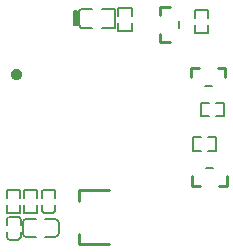
<source format=gbr>
G04 #@! TF.GenerationSoftware,KiCad,Pcbnew,(5.0.2)-1*
G04 #@! TF.CreationDate,2019-08-16T13:34:43+08:00*
G04 #@! TF.ProjectId,IRMQTT,49524d51-5454-42e6-9b69-6361645f7063,rev?*
G04 #@! TF.SameCoordinates,Original*
G04 #@! TF.FileFunction,Legend,Bot*
G04 #@! TF.FilePolarity,Positive*
%FSLAX46Y46*%
G04 Gerber Fmt 4.6, Leading zero omitted, Abs format (unit mm)*
G04 Created by KiCad (PCBNEW (5.0.2)-1) date 2019-08-16 13:34:43*
%MOMM*%
%LPD*%
G01*
G04 APERTURE LIST*
%ADD10C,0.200000*%
%ADD11C,0.254000*%
%ADD12C,0.150000*%
G04 APERTURE END LIST*
D10*
G04 #@! TO.C,R7*
X74151180Y-47658300D02*
X74151180Y-48333300D01*
X74151180Y-46383300D02*
X74151180Y-47058300D01*
X73001180Y-47658300D02*
X73001180Y-48333300D01*
X73001180Y-46383300D02*
X73001180Y-47058300D01*
X74151180Y-48333300D02*
X73001180Y-48333300D01*
X74151180Y-46383300D02*
X73001180Y-46383300D01*
G04 #@! TO.C,R5*
X79997660Y-54385520D02*
X79997660Y-55535520D01*
X81947660Y-54385520D02*
X81947660Y-55535520D01*
X79997660Y-55535520D02*
X80672660Y-55535520D01*
X81272660Y-55535520D02*
X81947660Y-55535520D01*
X79997660Y-54385520D02*
X80672660Y-54385520D01*
X81272660Y-54385520D02*
X81947660Y-54385520D01*
G04 #@! TO.C,R2*
X63572700Y-63740120D02*
X64722700Y-63740120D01*
X63572700Y-61790120D02*
X64722700Y-61790120D01*
X64722700Y-63740120D02*
X64722700Y-63065120D01*
X64722700Y-62465120D02*
X64722700Y-61790120D01*
X63572700Y-63740120D02*
X63572700Y-63065120D01*
X63572700Y-62465120D02*
X63572700Y-61790120D01*
G04 #@! TO.C,R4*
X79470560Y-47190380D02*
X79470560Y-46515380D01*
X79470560Y-48465380D02*
X79470560Y-47790380D01*
X80620560Y-47190380D02*
X80620560Y-46515380D01*
X80620560Y-48465380D02*
X80620560Y-47790380D01*
X79470560Y-46515380D02*
X80620560Y-46515380D01*
X79470560Y-48465380D02*
X80620560Y-48465380D01*
G04 #@! TO.C,Q1*
X78133460Y-47462120D02*
X78133460Y-48062120D01*
D11*
X76583460Y-46302120D02*
X76583460Y-46962120D01*
X76583460Y-46302120D02*
X77398460Y-46302120D01*
X76583460Y-49222120D02*
X77398460Y-49222120D01*
X76583460Y-48562120D02*
X76583460Y-49222120D01*
X76583460Y-48562120D02*
X76583460Y-49222120D01*
X76583460Y-48562120D02*
X76583460Y-49222120D01*
G04 #@! TO.C,U2*
X69671000Y-61789280D02*
X72271000Y-61789280D01*
X69671000Y-61789280D02*
X69671000Y-62689280D01*
X69671000Y-66389280D02*
X72271000Y-66389280D01*
X69671000Y-65489280D02*
X69671000Y-66389280D01*
D10*
G04 #@! TO.C,Q3*
X80423740Y-59897120D02*
X81023740Y-59897120D01*
D11*
X79263740Y-61447120D02*
X79923740Y-61447120D01*
X79263740Y-61447120D02*
X79263740Y-60632120D01*
X82183740Y-61447120D02*
X82183740Y-60632120D01*
X81523740Y-61447120D02*
X82183740Y-61447120D01*
X81523740Y-61447120D02*
X82183740Y-61447120D01*
X81523740Y-61447120D02*
X82183740Y-61447120D01*
D10*
G04 #@! TO.C,C1*
X65316860Y-65780980D02*
X66051860Y-65780980D01*
X67986860Y-64600980D02*
X67986860Y-65380980D01*
X64916860Y-64600980D02*
X64916860Y-65380980D01*
X66851860Y-65780980D02*
X67586860Y-65780980D01*
X66851860Y-64200980D02*
X67586860Y-64200980D01*
X65316860Y-64200980D02*
X66051860Y-64200980D01*
X67586860Y-65780980D02*
G75*
G03X67986860Y-65380980I0J400000D01*
G01*
X67986860Y-64600980D02*
G75*
G03X67586860Y-64200980I-400000J0D01*
G01*
X65316860Y-64200980D02*
G75*
G03X64916860Y-64600980I0J-400000D01*
G01*
X64916860Y-65380980D02*
G75*
G03X65316860Y-65780980I400000J0D01*
G01*
G04 #@! TO.C,C2*
X66541960Y-63466780D02*
G75*
G03X66761960Y-63686780I220000J0D01*
G01*
X67471960Y-63686780D02*
G75*
G03X67691960Y-63466780I0J220000D01*
G01*
X66761960Y-61736780D02*
G75*
G03X66541960Y-61956780I0J-220000D01*
G01*
X67691960Y-61956780D02*
G75*
G03X67471960Y-61736780I-220000J0D01*
G01*
X67471960Y-63686780D02*
X66761960Y-63686780D01*
X66541960Y-63011780D02*
X66541960Y-63461780D01*
X67691960Y-63011780D02*
X67691960Y-63461780D01*
X66541960Y-61961780D02*
X66541960Y-62411780D01*
X67691960Y-61961780D02*
X67691960Y-62411790D01*
X67471960Y-61736790D02*
X66761960Y-61736790D01*
D12*
G04 #@! TO.C,D1*
G36*
X69226280Y-46628760D02*
X69526280Y-46628760D01*
X69526280Y-47828760D01*
X69226280Y-47828760D01*
X69226280Y-46628760D01*
G37*
X69226280Y-46628760D02*
X69526280Y-46628760D01*
X69526280Y-47828760D01*
X69226280Y-47828760D01*
X69226280Y-46628760D01*
D10*
X71601280Y-46438760D02*
X72736280Y-46438760D01*
X69901280Y-46438760D02*
X70801280Y-46438760D01*
X71601280Y-48018760D02*
X72736280Y-48018760D01*
X69701280Y-46631760D02*
X69701280Y-47825760D01*
X72736280Y-46438760D02*
X72736280Y-48018760D01*
X69901280Y-48018760D02*
X70801280Y-48018760D01*
X69701280Y-47825760D02*
X69901280Y-48018760D01*
X69701280Y-46631760D02*
X69901280Y-46438760D01*
G04 #@! TO.C,C3*
X63587940Y-65752780D02*
G75*
G03X63807940Y-65972780I220000J0D01*
G01*
X64517940Y-65972780D02*
G75*
G03X64737940Y-65752780I0J220000D01*
G01*
X63807940Y-64022780D02*
G75*
G03X63587940Y-64242780I0J-220000D01*
G01*
X64737940Y-64242780D02*
G75*
G03X64517940Y-64022780I-220000J0D01*
G01*
X64517940Y-65972780D02*
X63807940Y-65972780D01*
X63587940Y-65297780D02*
X63587940Y-65747780D01*
X64737940Y-65297780D02*
X64737940Y-65747780D01*
X63587940Y-64247780D02*
X63587940Y-64697780D01*
X64737940Y-64247780D02*
X64737940Y-64697790D01*
X64517940Y-64022790D02*
X63807940Y-64022790D01*
G04 #@! TO.C,R6*
X81310940Y-58461600D02*
X81310940Y-57311600D01*
X79360940Y-58461600D02*
X79360940Y-57311600D01*
X81310940Y-57311600D02*
X80635940Y-57311600D01*
X80035940Y-57311600D02*
X79360940Y-57311600D01*
X81310940Y-58461600D02*
X80635940Y-58461600D01*
X80035940Y-58461600D02*
X79360940Y-58461600D01*
G04 #@! TO.C,R1*
X66162880Y-61782500D02*
X65012880Y-61782500D01*
X66162880Y-63732500D02*
X65012880Y-63732500D01*
X65012880Y-61782500D02*
X65012880Y-62457500D01*
X65012880Y-63057500D02*
X65012880Y-63732500D01*
X66162880Y-61782500D02*
X66162880Y-62457500D01*
X66162880Y-63057500D02*
X66162880Y-63732500D01*
D11*
G04 #@! TO.C,Q2*
X79832340Y-51409520D02*
X79172340Y-51409520D01*
X79832340Y-51409520D02*
X79172340Y-51409520D01*
X79832340Y-51409520D02*
X79172340Y-51409520D01*
X79172340Y-51409520D02*
X79172340Y-52224520D01*
X82092340Y-51409520D02*
X82092340Y-52224520D01*
X82092340Y-51409520D02*
X81432340Y-51409520D01*
D10*
X80932340Y-52959520D02*
X80332340Y-52959520D01*
G04 #@! TO.C,U1*
D12*
X64203912Y-51637606D02*
X64584864Y-51637606D01*
X64632483Y-51685225D02*
X64775340Y-51875701D01*
X64156293Y-51685225D02*
X64013436Y-51875701D01*
X64108674Y-51685225D02*
X64680102Y-51685225D01*
X64680102Y-51732844D02*
X64108674Y-51732844D01*
X64061055Y-51780463D02*
X64727721Y-51780463D01*
X64727721Y-51828082D02*
X64061055Y-51828082D01*
X64013436Y-51875701D02*
X64775340Y-51875701D01*
X64775340Y-51923320D02*
X64013436Y-51923320D01*
X64013436Y-51970940D02*
X64775340Y-51970940D01*
X64775340Y-52018559D02*
X64013436Y-52018559D01*
X64775340Y-52066178D02*
X64632483Y-52256654D01*
X64013436Y-52066178D02*
X64775340Y-52066178D01*
X64013436Y-52066178D02*
X64156293Y-52256654D01*
X64727721Y-52113797D02*
X64061055Y-52113797D01*
X64061055Y-52161416D02*
X64727721Y-52161416D01*
X64680102Y-52209035D02*
X64108674Y-52209035D01*
X64108674Y-52256654D02*
X64680102Y-52256654D01*
X64584864Y-52304273D02*
X64203912Y-52304273D01*
X64013436Y-51875701D02*
X64013436Y-52066178D01*
X64108674Y-52256654D01*
X64299150Y-52351892D01*
X64489626Y-52351892D01*
X64680102Y-52256654D01*
X64775340Y-52066178D01*
X64775340Y-51875701D01*
X64680102Y-51685225D01*
X64489626Y-51589987D01*
X64299150Y-51589987D01*
X64108674Y-51685225D01*
X64013436Y-51875701D01*
G04 #@! TD*
M02*

</source>
